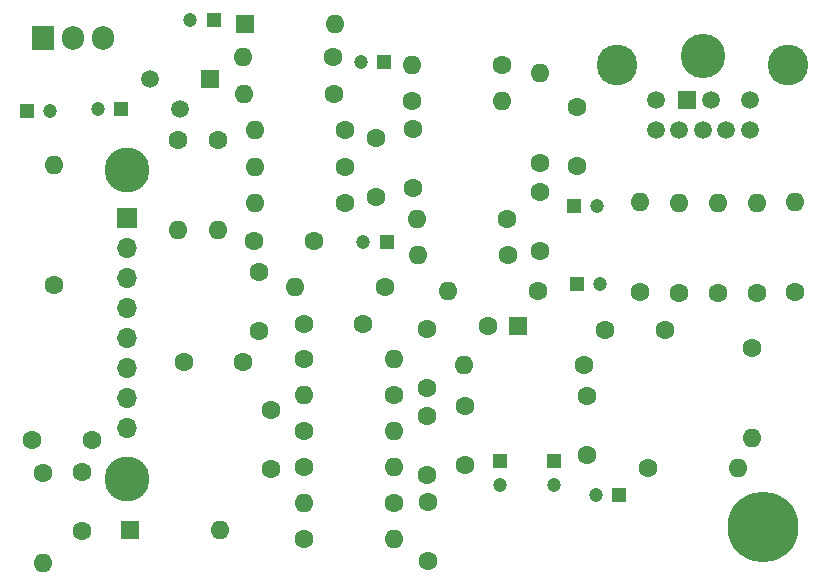
<source format=gbr>
%TF.GenerationSoftware,KiCad,Pcbnew,7.0.11-7.0.11~ubuntu22.04.1*%
%TF.CreationDate,2025-01-08T19:32:42-05:00*%
%TF.ProjectId,sub_rf_mod,7375625f-7266-45f6-9d6f-642e6b696361,rev?*%
%TF.SameCoordinates,Original*%
%TF.FileFunction,Soldermask,Top*%
%TF.FilePolarity,Negative*%
%FSLAX46Y46*%
G04 Gerber Fmt 4.6, Leading zero omitted, Abs format (unit mm)*
G04 Created by KiCad (PCBNEW 7.0.11-7.0.11~ubuntu22.04.1) date 2025-01-08 19:32:42*
%MOMM*%
%LPD*%
G01*
G04 APERTURE LIST*
%ADD10C,1.600000*%
%ADD11O,1.600000X1.600000*%
%ADD12R,1.200000X1.200000*%
%ADD13C,1.200000*%
%ADD14R,1.600000X1.600000*%
%ADD15C,3.800000*%
%ADD16C,6.000000*%
%ADD17R,1.700000X1.700000*%
%ADD18O,1.700000X1.700000*%
%ADD19R,1.500000X1.500000*%
%ADD20C,1.500000*%
%ADD21C,3.450000*%
%ADD22C,3.765000*%
%ADD23R,1.905000X2.000000*%
%ADD24O,1.905000X2.000000*%
G04 APERTURE END LIST*
D10*
%TO.C,L1*%
X107594400Y-78333600D03*
D11*
X107594400Y-68173600D03*
%TD*%
D12*
%TO.C,C8*%
X135592600Y-59436000D03*
D13*
X133592600Y-59436000D03*
%TD*%
D10*
%TO.C,R22*%
X167132000Y-78994000D03*
D11*
X167132000Y-71374000D03*
%TD*%
D10*
%TO.C,R14*%
X136398000Y-87706200D03*
D11*
X128778000Y-87706200D03*
%TD*%
D14*
%TO.C,D2*%
X123799600Y-56235600D03*
D11*
X131419600Y-56235600D03*
%TD*%
D12*
%TO.C,C25*%
X121132600Y-55956200D03*
D13*
X119132600Y-55956200D03*
%TD*%
D10*
%TO.C,R28*%
X166700200Y-83667600D03*
D11*
X166700200Y-91287600D03*
%TD*%
D10*
%TO.C,R5*%
X132232400Y-71450200D03*
D11*
X124612400Y-71450200D03*
%TD*%
D10*
%TO.C,R4*%
X145973800Y-72745600D03*
D11*
X138353800Y-72745600D03*
%TD*%
D10*
%TO.C,R1*%
X132232400Y-65252600D03*
D11*
X124612400Y-65252600D03*
%TD*%
D12*
%TO.C,C9*%
X135821200Y-74676000D03*
D13*
X133821200Y-74676000D03*
%TD*%
D10*
%TO.C,R15*%
X128752600Y-93776800D03*
D11*
X136372600Y-93776800D03*
%TD*%
D10*
%TO.C,R20*%
X152501600Y-85090000D03*
D11*
X142341600Y-85090000D03*
%TD*%
D10*
%TO.C,C23*%
X133767200Y-81635600D03*
X128767200Y-81635600D03*
%TD*%
%TO.C,C1*%
X154319600Y-82194400D03*
X159319600Y-82194400D03*
%TD*%
%TO.C,R18*%
X157226000Y-78968600D03*
D11*
X157226000Y-71348600D03*
%TD*%
D10*
%TO.C,C12*%
X118658000Y-84836000D03*
X123658000Y-84836000D03*
%TD*%
%TO.C,R6*%
X137922000Y-62738000D03*
D11*
X145542000Y-62738000D03*
%TD*%
D10*
%TO.C,C19*%
X110032800Y-99172400D03*
X110032800Y-94172400D03*
%TD*%
%TO.C,C11*%
X129601600Y-74599800D03*
X124601600Y-74599800D03*
%TD*%
%TO.C,R29*%
X157911800Y-93878400D03*
D11*
X165531800Y-93878400D03*
%TD*%
D12*
%TO.C,C26*%
X155506200Y-96139000D03*
D13*
X153506200Y-96139000D03*
%TD*%
D10*
%TO.C,R19*%
X160502600Y-78994000D03*
D11*
X160502600Y-71374000D03*
%TD*%
D15*
%TO.C,H1*%
X113792000Y-94742000D03*
%TD*%
D16*
%TO.C,H3*%
X167640000Y-98806000D03*
%TD*%
D10*
%TO.C,R7*%
X146050000Y-75793600D03*
D11*
X138430000Y-75793600D03*
%TD*%
D14*
%TO.C,C24*%
X146899000Y-81864200D03*
D10*
X144399000Y-81864200D03*
%TD*%
%TO.C,R23*%
X148640800Y-78867000D03*
D11*
X141020800Y-78867000D03*
%TD*%
D10*
%TO.C,C15*%
X148767800Y-70474200D03*
X148767800Y-75474200D03*
%TD*%
%TO.C,R3*%
X145542000Y-59690000D03*
D11*
X137922000Y-59690000D03*
%TD*%
D12*
%TO.C,C16*%
X151612600Y-71704200D03*
D13*
X153612600Y-71704200D03*
%TD*%
D10*
%TO.C,R17*%
X128778000Y-84658200D03*
D11*
X136398000Y-84658200D03*
%TD*%
D10*
%TO.C,R2*%
X131216400Y-59055000D03*
D11*
X123596400Y-59055000D03*
%TD*%
D10*
%TO.C,R10*%
X121539000Y-66040000D03*
D11*
X121539000Y-73660000D03*
%TD*%
D10*
%TO.C,C20*%
X139192000Y-94448000D03*
X139192000Y-89448000D03*
%TD*%
%TO.C,C4*%
X142417800Y-93559000D03*
X142417800Y-88559000D03*
%TD*%
%TO.C,R12*%
X128778000Y-90703400D03*
D11*
X136398000Y-90703400D03*
%TD*%
D10*
%TO.C,R26*%
X131368800Y-62153800D03*
D11*
X123748800Y-62153800D03*
%TD*%
D10*
%TO.C,C6*%
X125984000Y-88940000D03*
X125984000Y-93940000D03*
%TD*%
%TO.C,R21*%
X163804600Y-78994000D03*
D11*
X163804600Y-71374000D03*
%TD*%
D12*
%TO.C,C17*%
X151873200Y-78232000D03*
D13*
X153873200Y-78232000D03*
%TD*%
D10*
%TO.C,C3*%
X124968000Y-82256000D03*
X124968000Y-77256000D03*
%TD*%
%TO.C,C28*%
X152781000Y-92757000D03*
X152781000Y-87757000D03*
%TD*%
D12*
%TO.C,C13*%
X105326401Y-63601600D03*
D13*
X107326401Y-63601600D03*
%TD*%
D10*
%TO.C,R24*%
X148767800Y-68021200D03*
D11*
X148767800Y-60401200D03*
%TD*%
D10*
%TO.C,C29*%
X134924800Y-70902200D03*
X134924800Y-65902200D03*
%TD*%
D12*
%TO.C,C18*%
X113342199Y-63474600D03*
D13*
X111342199Y-63474600D03*
%TD*%
D10*
%TO.C,R16*%
X128778000Y-99872800D03*
D11*
X136398000Y-99872800D03*
%TD*%
D10*
%TO.C,R27*%
X135661400Y-78536800D03*
D11*
X128041400Y-78536800D03*
%TD*%
D10*
%TO.C,C5*%
X110805600Y-91490800D03*
X105805600Y-91490800D03*
%TD*%
%TO.C,C2*%
X137998200Y-70125600D03*
X137998200Y-65125600D03*
%TD*%
D17*
%TO.C,J1*%
X113792000Y-72659000D03*
D18*
X113792000Y-75199000D03*
X113792000Y-77739000D03*
X113792000Y-80279000D03*
X113792000Y-82819000D03*
X113792000Y-85359000D03*
X113792000Y-87899000D03*
X113792000Y-90439000D03*
%TD*%
D19*
%TO.C,Q1*%
X120802400Y-60952000D03*
D20*
X118262400Y-63492000D03*
X115722400Y-60952000D03*
%TD*%
D12*
%TO.C,C10*%
X149961600Y-93294200D03*
D13*
X149961600Y-95294200D03*
%TD*%
D14*
%TO.C,D1*%
X114046000Y-99060000D03*
D11*
X121666000Y-99060000D03*
%TD*%
D10*
%TO.C,R25*%
X170332400Y-78968600D03*
D11*
X170332400Y-71348600D03*
%TD*%
D10*
%TO.C,R11*%
X106730800Y-94234000D03*
D11*
X106730800Y-101854000D03*
%TD*%
D10*
%TO.C,R13*%
X136398000Y-96828000D03*
D11*
X128778000Y-96828000D03*
%TD*%
D10*
%TO.C,R8*%
X132232400Y-68351400D03*
D11*
X124612400Y-68351400D03*
%TD*%
D10*
%TO.C,C21*%
X139319000Y-96748600D03*
X139319000Y-101748600D03*
%TD*%
D12*
%TO.C,C7*%
X145389600Y-93286801D03*
D13*
X145389600Y-95286801D03*
%TD*%
D15*
%TO.C,H2*%
X113792000Y-68580000D03*
%TD*%
D10*
%TO.C,R9*%
X118110000Y-66040000D03*
D11*
X118110000Y-73660000D03*
%TD*%
D10*
%TO.C,C22*%
X139192000Y-87082000D03*
X139192000Y-82082000D03*
%TD*%
D19*
%TO.C,J2*%
X161260000Y-62728000D03*
D20*
X163260000Y-62728000D03*
X158560000Y-62728000D03*
X160560000Y-65228000D03*
X162560000Y-65228000D03*
X166560000Y-62728000D03*
X158560000Y-65228000D03*
X164560000Y-65228000D03*
X166560000Y-65228000D03*
D21*
X155310000Y-59728000D03*
X169810000Y-59728000D03*
D22*
X162560000Y-58928000D03*
%TD*%
D10*
%TO.C,C14*%
X151892000Y-68286000D03*
X151892000Y-63286000D03*
%TD*%
D23*
%TO.C,U8*%
X106654600Y-57475000D03*
D24*
X109194600Y-57475000D03*
X111734600Y-57475000D03*
%TD*%
M02*

</source>
